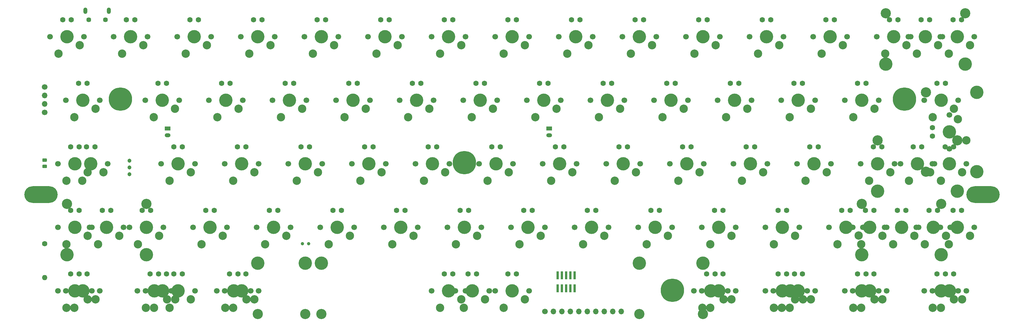
<source format=gbr>
%TF.GenerationSoftware,KiCad,Pcbnew,5.0.0*%
%TF.CreationDate,2018-08-13T13:33:07+12:00*%
%TF.ProjectId,keyboard,6B6579626F6172642E6B696361645F70,v0.1*%
%TF.SameCoordinates,PX3b67850PY3da05e0*%
%TF.FileFunction,Soldermask,Top*%
%TF.FilePolarity,Negative*%
%FSLAX46Y46*%
G04 Gerber Fmt 4.6, Leading zero omitted, Abs format (unit mm)*
G04 Created by KiCad (PCBNEW 5.0.0) date Mon Aug 13 13:33:07 2018*
%MOMM*%
%LPD*%
G01*
G04 APERTURE LIST*
%ADD10R,0.740000X2.400000*%
%ADD11C,7.000000*%
%ADD12O,10.000000X5.000000*%
%ADD13C,1.700000*%
%ADD14O,1.700000X1.700000*%
%ADD15O,1.200000X1.900000*%
%ADD16C,1.450000*%
%ADD17C,1.000000*%
%ADD18C,1.600000*%
%ADD19O,1.600000X1.600000*%
%ADD20R,1.750000X1.200000*%
%ADD21O,1.750000X1.200000*%
%ADD22C,0.150000*%
%ADD23C,0.975000*%
%ADD24C,4.000000*%
%ADD25C,3.050000*%
%ADD26C,1.200000*%
%ADD27C,2.500000*%
G04 APERTURE END LIST*
D10*
X161230000Y-80750000D03*
X161230000Y-84650000D03*
X159960000Y-80750000D03*
X159960000Y-84650000D03*
X158690000Y-80750000D03*
X158690000Y-84650000D03*
X157420000Y-80750000D03*
X157420000Y-84650000D03*
X156150000Y-80750000D03*
X156150000Y-84650000D03*
D11*
X25199300Y-27900800D03*
D12*
X283541200Y-56501200D03*
X1410000Y-56501200D03*
D11*
X260049900Y-27900800D03*
X190499400Y-85200700D03*
X128200000Y-47000000D03*
D13*
X2480000Y-24280000D03*
D14*
X2480000Y-26820000D03*
X2480000Y-29360000D03*
D13*
X2480000Y-31900000D03*
X152340000Y-91590000D03*
D14*
X154880000Y-91590000D03*
X157420000Y-91590000D03*
X159960000Y-91590000D03*
X162500000Y-91590000D03*
X165040000Y-91590000D03*
X167580000Y-91590000D03*
X170120000Y-91590000D03*
X172660000Y-91590000D03*
X175200000Y-91590000D03*
D15*
X21710000Y-1442500D03*
X14710000Y-1442500D03*
D16*
X20710000Y-4142500D03*
X15710000Y-4142500D03*
D17*
X79696000Y-71270000D03*
X81596000Y-71270000D03*
D18*
X2480000Y-71270000D03*
D19*
X2480000Y-81430000D03*
D20*
X39310000Y-36726000D03*
D21*
X39310000Y-38726000D03*
D22*
G36*
X2960142Y-45716174D02*
X2983803Y-45719684D01*
X3007007Y-45725496D01*
X3029529Y-45733554D01*
X3051153Y-45743782D01*
X3071670Y-45756079D01*
X3090883Y-45770329D01*
X3108607Y-45786393D01*
X3124671Y-45804117D01*
X3138921Y-45823330D01*
X3151218Y-45843847D01*
X3161446Y-45865471D01*
X3169504Y-45887993D01*
X3175316Y-45911197D01*
X3178826Y-45934858D01*
X3180000Y-45958750D01*
X3180000Y-46446250D01*
X3178826Y-46470142D01*
X3175316Y-46493803D01*
X3169504Y-46517007D01*
X3161446Y-46539529D01*
X3151218Y-46561153D01*
X3138921Y-46581670D01*
X3124671Y-46600883D01*
X3108607Y-46618607D01*
X3090883Y-46634671D01*
X3071670Y-46648921D01*
X3051153Y-46661218D01*
X3029529Y-46671446D01*
X3007007Y-46679504D01*
X2983803Y-46685316D01*
X2960142Y-46688826D01*
X2936250Y-46690000D01*
X2023750Y-46690000D01*
X1999858Y-46688826D01*
X1976197Y-46685316D01*
X1952993Y-46679504D01*
X1930471Y-46671446D01*
X1908847Y-46661218D01*
X1888330Y-46648921D01*
X1869117Y-46634671D01*
X1851393Y-46618607D01*
X1835329Y-46600883D01*
X1821079Y-46581670D01*
X1808782Y-46561153D01*
X1798554Y-46539529D01*
X1790496Y-46517007D01*
X1784684Y-46493803D01*
X1781174Y-46470142D01*
X1780000Y-46446250D01*
X1780000Y-45958750D01*
X1781174Y-45934858D01*
X1784684Y-45911197D01*
X1790496Y-45887993D01*
X1798554Y-45865471D01*
X1808782Y-45843847D01*
X1821079Y-45823330D01*
X1835329Y-45804117D01*
X1851393Y-45786393D01*
X1869117Y-45770329D01*
X1888330Y-45756079D01*
X1908847Y-45743782D01*
X1930471Y-45733554D01*
X1952993Y-45725496D01*
X1976197Y-45719684D01*
X1999858Y-45716174D01*
X2023750Y-45715000D01*
X2936250Y-45715000D01*
X2960142Y-45716174D01*
X2960142Y-45716174D01*
G37*
D23*
X2480000Y-46202500D03*
D22*
G36*
X2960142Y-47591174D02*
X2983803Y-47594684D01*
X3007007Y-47600496D01*
X3029529Y-47608554D01*
X3051153Y-47618782D01*
X3071670Y-47631079D01*
X3090883Y-47645329D01*
X3108607Y-47661393D01*
X3124671Y-47679117D01*
X3138921Y-47698330D01*
X3151218Y-47718847D01*
X3161446Y-47740471D01*
X3169504Y-47762993D01*
X3175316Y-47786197D01*
X3178826Y-47809858D01*
X3180000Y-47833750D01*
X3180000Y-48321250D01*
X3178826Y-48345142D01*
X3175316Y-48368803D01*
X3169504Y-48392007D01*
X3161446Y-48414529D01*
X3151218Y-48436153D01*
X3138921Y-48456670D01*
X3124671Y-48475883D01*
X3108607Y-48493607D01*
X3090883Y-48509671D01*
X3071670Y-48523921D01*
X3051153Y-48536218D01*
X3029529Y-48546446D01*
X3007007Y-48554504D01*
X2983803Y-48560316D01*
X2960142Y-48563826D01*
X2936250Y-48565000D01*
X2023750Y-48565000D01*
X1999858Y-48563826D01*
X1976197Y-48560316D01*
X1952993Y-48554504D01*
X1930471Y-48546446D01*
X1908847Y-48536218D01*
X1888330Y-48523921D01*
X1869117Y-48509671D01*
X1851393Y-48493607D01*
X1835329Y-48475883D01*
X1821079Y-48456670D01*
X1808782Y-48436153D01*
X1798554Y-48414529D01*
X1790496Y-48392007D01*
X1784684Y-48368803D01*
X1781174Y-48345142D01*
X1780000Y-48321250D01*
X1780000Y-47833750D01*
X1781174Y-47809858D01*
X1784684Y-47786197D01*
X1790496Y-47762993D01*
X1798554Y-47740471D01*
X1808782Y-47718847D01*
X1821079Y-47698330D01*
X1835329Y-47679117D01*
X1851393Y-47661393D01*
X1869117Y-47645329D01*
X1888330Y-47631079D01*
X1908847Y-47618782D01*
X1930471Y-47608554D01*
X1952993Y-47600496D01*
X1976197Y-47594684D01*
X1999858Y-47591174D01*
X2023750Y-47590000D01*
X2936250Y-47590000D01*
X2960142Y-47591174D01*
X2960142Y-47591174D01*
G37*
D23*
X2480000Y-48077500D03*
D18*
X17562520Y-42220020D03*
X15022520Y-42220020D03*
D21*
X153610000Y-38726000D03*
D20*
X153610000Y-36726000D03*
D24*
X85347500Y-77145020D03*
D25*
X85347500Y-92385020D03*
D26*
X27880000Y-46410000D03*
X27880000Y-48410000D03*
X27880000Y-50410000D03*
D24*
X80585000Y-77145020D03*
D25*
X80585000Y-92385020D03*
D24*
X180597500Y-77145020D03*
D25*
X180597500Y-92385020D03*
D24*
X278230020Y-17455020D03*
D25*
X278230020Y-2215020D03*
D24*
X9147500Y-74605020D03*
D25*
X9147500Y-59365020D03*
D24*
X32960000Y-74605020D03*
D25*
X32960000Y-59365020D03*
D24*
X247272500Y-74605020D03*
D25*
X247272500Y-59365020D03*
D24*
X275847500Y-55553750D03*
D25*
X275847500Y-40313750D03*
D24*
X252035000Y-55555020D03*
D25*
X252035000Y-40315020D03*
D24*
X281722520Y-25867500D03*
D25*
X266482520Y-25867500D03*
D24*
X281722520Y-49680000D03*
D25*
X266482520Y-49680000D03*
D24*
X254417520Y-17455020D03*
D25*
X254417520Y-2215020D03*
D24*
X66297500Y-77145020D03*
D25*
X66297500Y-92385020D03*
D24*
X199647500Y-77145020D03*
D25*
X199647500Y-92385020D03*
D24*
X271085000Y-74603750D03*
D25*
X271085000Y-59363750D03*
D18*
X15180000Y-80318750D03*
X274736250Y-42218750D03*
X272196250Y-42218750D03*
X268386250Y-39043750D03*
X268386250Y-36503750D03*
X265052500Y-4118750D03*
X267592500Y-4118750D03*
X12798750Y-61268750D03*
X10258750Y-61268750D03*
X12800020Y-42220020D03*
X10260020Y-42220020D03*
X43755000Y-42218750D03*
X41215000Y-42218750D03*
X62805000Y-42218750D03*
X60265000Y-42218750D03*
X81855000Y-42218750D03*
X79315000Y-42218750D03*
X58042500Y-23168750D03*
X55502500Y-23168750D03*
X274577500Y-61268750D03*
X277117500Y-61268750D03*
X248383750Y-61268750D03*
X250923750Y-61268750D03*
X241240000Y-61268750D03*
X243780000Y-61268750D03*
X257908750Y-61268750D03*
X260448750Y-61268750D03*
X212665000Y-42218750D03*
X215205000Y-42218750D03*
X53280000Y-61268750D03*
X50740000Y-61268750D03*
X34230000Y-61268750D03*
X31690000Y-61268750D03*
X22323750Y-61268750D03*
X19783750Y-61268750D03*
X148530000Y-61268750D03*
X145990000Y-61268750D03*
X129480000Y-61268750D03*
X126940000Y-61268750D03*
X110430000Y-61268750D03*
X107890000Y-61268750D03*
X91380000Y-61268750D03*
X88840000Y-61268750D03*
X231715000Y-42218750D03*
X234255000Y-42218750D03*
X72330000Y-61268750D03*
X69790000Y-61268750D03*
X196155000Y-42218750D03*
X193615000Y-42218750D03*
X177105000Y-42218750D03*
X174565000Y-42218750D03*
X265211250Y-42218750D03*
X262671250Y-42218750D03*
X250765000Y-42218750D03*
X253305000Y-42218750D03*
X167580000Y-61268750D03*
X165040000Y-61268750D03*
X186630000Y-61268750D03*
X184090000Y-61268750D03*
X203140000Y-61268750D03*
X205680000Y-61268750D03*
X222190000Y-61268750D03*
X224730000Y-61268750D03*
X274577500Y-4118750D03*
X277117500Y-4118750D03*
X131861250Y-80318750D03*
X129321250Y-80318750D03*
X236477500Y-4118750D03*
X239017500Y-4118750D03*
X115192500Y-23168750D03*
X112652500Y-23168750D03*
X96142500Y-23168750D03*
X93602500Y-23168750D03*
X217427500Y-4118750D03*
X219967500Y-4118750D03*
X198377500Y-4118750D03*
X200917500Y-4118750D03*
X181867500Y-4118750D03*
X179327500Y-4118750D03*
X162817500Y-4118750D03*
X160277500Y-4118750D03*
X255527500Y-4118750D03*
X258067500Y-4118750D03*
X134242500Y-23168750D03*
X131702500Y-23168750D03*
X67567500Y-4118750D03*
X65027500Y-4118750D03*
X48517500Y-4118750D03*
X45977500Y-4118750D03*
X29467500Y-4118750D03*
X26927500Y-4118750D03*
X143767500Y-4118750D03*
X141227500Y-4118750D03*
X124717500Y-4118750D03*
X122177500Y-4118750D03*
X105667500Y-4118750D03*
X103127500Y-4118750D03*
X86617500Y-4118750D03*
X84077500Y-4118750D03*
X153292500Y-23168750D03*
X150752500Y-23168750D03*
X15180000Y-23168750D03*
X12640000Y-23168750D03*
X38992500Y-23168750D03*
X36452500Y-23168750D03*
X77092500Y-23168750D03*
X74552500Y-23168750D03*
X246002500Y-23168750D03*
X248542500Y-23168750D03*
X269815000Y-23168750D03*
X272355000Y-23168750D03*
X172342500Y-23168750D03*
X169802500Y-23168750D03*
X191392500Y-23168750D03*
X188852500Y-23168750D03*
X207902500Y-23168750D03*
X210442500Y-23168750D03*
X226952500Y-23168750D03*
X229492500Y-23168750D03*
X100905000Y-42218750D03*
X98365000Y-42218750D03*
X119955000Y-42218750D03*
X117415000Y-42218750D03*
X139005000Y-42218750D03*
X136465000Y-42218750D03*
X158055000Y-42218750D03*
X155515000Y-42218750D03*
X143767500Y-80318750D03*
X141227500Y-80318750D03*
X124717500Y-80318750D03*
X122177500Y-80318750D03*
X267433750Y-61268750D03*
X269973750Y-61268750D03*
D13*
X11212520Y-47300020D03*
X21372520Y-47300020D03*
D27*
X20102520Y-49840020D03*
X13752520Y-52380020D03*
D24*
X16292520Y-47300020D03*
D13*
X194567500Y-9200020D03*
X204727500Y-9200020D03*
D27*
X203457500Y-11740020D03*
X197107500Y-14280020D03*
D24*
X199647500Y-9200020D03*
D13*
X89792500Y-28250020D03*
X99952500Y-28250020D03*
D27*
X98682500Y-30790020D03*
X92332500Y-33330020D03*
D24*
X94872500Y-28250020D03*
D13*
X108842500Y-28250020D03*
X119002500Y-28250020D03*
D27*
X117732500Y-30790020D03*
X111382500Y-33330020D03*
D24*
X113922500Y-28250020D03*
D13*
X146942500Y-28250020D03*
X157102500Y-28250020D03*
D27*
X155832500Y-30790020D03*
X149482500Y-33330020D03*
D24*
X152022500Y-28250020D03*
D13*
X165992500Y-28250020D03*
X176152500Y-28250020D03*
D27*
X174882500Y-30790020D03*
X168532500Y-33330020D03*
D24*
X171072500Y-28250020D03*
D13*
X185042500Y-28250020D03*
X195202500Y-28250020D03*
D27*
X193932500Y-30790020D03*
X187582500Y-33330020D03*
D24*
X190122500Y-28250020D03*
D13*
X204092500Y-28250020D03*
X214252500Y-28250020D03*
D27*
X212982500Y-30790020D03*
X206632500Y-33330020D03*
D24*
X209172500Y-28250020D03*
D13*
X223142500Y-28250020D03*
X233302500Y-28250020D03*
D27*
X232032500Y-30790020D03*
X225682500Y-33330020D03*
D24*
X228222500Y-28250020D03*
D13*
X266005000Y-28248750D03*
X276165000Y-28248750D03*
D27*
X274895000Y-30788750D03*
X268545000Y-33328750D03*
D24*
X271085000Y-28248750D03*
D13*
X37405000Y-47300020D03*
X47565000Y-47300020D03*
D27*
X46295000Y-49840020D03*
X39945000Y-52380020D03*
D24*
X42485000Y-47300020D03*
D13*
X56455000Y-47300020D03*
X66615000Y-47300020D03*
D27*
X65345000Y-49840020D03*
X58995000Y-52380020D03*
D24*
X61535000Y-47300020D03*
D13*
X75505000Y-47300020D03*
X85665000Y-47300020D03*
D27*
X84395000Y-49840020D03*
X78045000Y-52380020D03*
D24*
X80585000Y-47300020D03*
D13*
X94555000Y-47300020D03*
X104715000Y-47300020D03*
D27*
X103445000Y-49840020D03*
X97095000Y-52380020D03*
D24*
X99635000Y-47300020D03*
D13*
X113605000Y-47300020D03*
X123765000Y-47300020D03*
D27*
X122495000Y-49840020D03*
X116145000Y-52380020D03*
D24*
X118685000Y-47300020D03*
D13*
X132655000Y-47300020D03*
X142815000Y-47300020D03*
D27*
X141545000Y-49840020D03*
X135195000Y-52380020D03*
D24*
X137735000Y-47300020D03*
D13*
X151705000Y-47300020D03*
X161865000Y-47300020D03*
D27*
X160595000Y-49840020D03*
X154245000Y-52380020D03*
D24*
X156785000Y-47300020D03*
D13*
X42167500Y-9200020D03*
X52327500Y-9200020D03*
D27*
X51057500Y-11740020D03*
X44707500Y-14280020D03*
D24*
X47247500Y-9200020D03*
X66297500Y-9200020D03*
D27*
X63757500Y-14280020D03*
X70107500Y-11740020D03*
D13*
X71377500Y-9200020D03*
X61217500Y-9200020D03*
X99317500Y-9200020D03*
X109477500Y-9200020D03*
D27*
X108207500Y-11740020D03*
X101857500Y-14280020D03*
D24*
X104397500Y-9200020D03*
D13*
X118367500Y-9200020D03*
X128527500Y-9200020D03*
D27*
X127257500Y-11740020D03*
X120907500Y-14280020D03*
D24*
X123447500Y-9200020D03*
D13*
X137417500Y-9200020D03*
X147577500Y-9200020D03*
D27*
X146307500Y-11740020D03*
X139957500Y-14280020D03*
D24*
X142497500Y-9200020D03*
D13*
X156467500Y-9200020D03*
X166627500Y-9200020D03*
D27*
X165357500Y-11740020D03*
X159007500Y-14280020D03*
D24*
X161547500Y-9200020D03*
D13*
X213617500Y-9200020D03*
X223777500Y-9200020D03*
D27*
X222507500Y-11740020D03*
X216157500Y-14280020D03*
D24*
X218697500Y-9200020D03*
D13*
X232667500Y-9200020D03*
X242827500Y-9200020D03*
D27*
X241557500Y-11740020D03*
X235207500Y-14280020D03*
D24*
X237747500Y-9200020D03*
D13*
X261242500Y-9200020D03*
X271402500Y-9200020D03*
D27*
X270132500Y-11740020D03*
X263782500Y-14280020D03*
D24*
X266322500Y-9200020D03*
D13*
X8830000Y-28250020D03*
X18990000Y-28250020D03*
D27*
X17720000Y-30790020D03*
X11370000Y-33330020D03*
D24*
X13910000Y-28250020D03*
D13*
X32642500Y-28250020D03*
X42802500Y-28250020D03*
D27*
X41532500Y-30790020D03*
X35182500Y-33330020D03*
D24*
X37722500Y-28250020D03*
D13*
X51692500Y-28250020D03*
X61852500Y-28250020D03*
D27*
X60582500Y-30790020D03*
X54232500Y-33330020D03*
D24*
X56772500Y-28250020D03*
D13*
X70742500Y-28250020D03*
X80902500Y-28250020D03*
D27*
X79632500Y-30790020D03*
X73282500Y-33330020D03*
D24*
X75822500Y-28250020D03*
D13*
X254100020Y-66350020D03*
X264260020Y-66350020D03*
D27*
X262990020Y-68890020D03*
X256640020Y-71430020D03*
D24*
X259180020Y-66350020D03*
D13*
X6448750Y-85398750D03*
X16608750Y-85398750D03*
D27*
X15338750Y-87938750D03*
X8988750Y-90478750D03*
D24*
X11528750Y-85398750D03*
D13*
X54073750Y-85398750D03*
X64233750Y-85398750D03*
D27*
X62963750Y-87938750D03*
X56613750Y-90478750D03*
D24*
X59153750Y-85398750D03*
D13*
X125511250Y-85398750D03*
X135671250Y-85398750D03*
D27*
X134401250Y-87938750D03*
X128051250Y-90478750D03*
D24*
X130591250Y-85398750D03*
D13*
X196948750Y-85398750D03*
X207108750Y-85398750D03*
D27*
X205838750Y-87938750D03*
X199488750Y-90478750D03*
D24*
X202028750Y-85398750D03*
D13*
X220761250Y-85398750D03*
X230921250Y-85398750D03*
D27*
X229651250Y-87938750D03*
X223301250Y-90478750D03*
D24*
X225841250Y-85398750D03*
D13*
X244573750Y-85398750D03*
X254733750Y-85398750D03*
D27*
X253463750Y-87938750D03*
X247113750Y-90478750D03*
D24*
X249653750Y-85398750D03*
D13*
X268386250Y-85398750D03*
X278546250Y-85398750D03*
D27*
X277276250Y-87938750D03*
X270926250Y-90478750D03*
D24*
X273466250Y-85398750D03*
D13*
X170755000Y-47300020D03*
X180915000Y-47300020D03*
D27*
X179645000Y-49840020D03*
X173295000Y-52380020D03*
D24*
X175835000Y-47300020D03*
D13*
X189805000Y-47300020D03*
X199965000Y-47300020D03*
D27*
X198695000Y-49840020D03*
X192345000Y-52380020D03*
D24*
X194885000Y-47300020D03*
D13*
X227905000Y-47300020D03*
X238065000Y-47300020D03*
D27*
X236795000Y-49840020D03*
X230445000Y-52380020D03*
D24*
X232985000Y-47300020D03*
D13*
X258861250Y-47298750D03*
X269021250Y-47298750D03*
D27*
X267751250Y-49838750D03*
X261401250Y-52378750D03*
D24*
X263941250Y-47298750D03*
D13*
X15973750Y-66348750D03*
X26133750Y-66348750D03*
D27*
X24863750Y-68888750D03*
X18513750Y-71428750D03*
D24*
X21053750Y-66348750D03*
D13*
X46930000Y-66350020D03*
X57090000Y-66350020D03*
D27*
X55820000Y-68890020D03*
X49470000Y-71430020D03*
D24*
X52010000Y-66350020D03*
D13*
X65980000Y-66350020D03*
X76140000Y-66350020D03*
D27*
X74870000Y-68890020D03*
X68520000Y-71430020D03*
D24*
X71060000Y-66350020D03*
D13*
X104080000Y-66350020D03*
X114240000Y-66350020D03*
D27*
X112970000Y-68890020D03*
X106620000Y-71430020D03*
D24*
X109160000Y-66350020D03*
D13*
X123130000Y-66350020D03*
X133290000Y-66350020D03*
D27*
X132020000Y-68890020D03*
X125670000Y-71430020D03*
D24*
X128210000Y-66350020D03*
D13*
X142180000Y-66350020D03*
X152340000Y-66350020D03*
D27*
X151070000Y-68890020D03*
X144720000Y-71430020D03*
D24*
X147260000Y-66350020D03*
D13*
X161230000Y-66350020D03*
X171390000Y-66350020D03*
D27*
X170120000Y-68890020D03*
X163770000Y-71430020D03*
D24*
X166310000Y-66350020D03*
D13*
X180280000Y-66350020D03*
X190440000Y-66350020D03*
D27*
X189170000Y-68890020D03*
X182820000Y-71430020D03*
D24*
X185360000Y-66350020D03*
D13*
X199330000Y-66350020D03*
X209490000Y-66350020D03*
D27*
X208220000Y-68890020D03*
X201870000Y-71430020D03*
D24*
X204410000Y-66350020D03*
D13*
X218380000Y-66350020D03*
X228540000Y-66350020D03*
D27*
X227270000Y-68890020D03*
X220920000Y-71430020D03*
D24*
X223460000Y-66350020D03*
D13*
X30261250Y-85398750D03*
X40421250Y-85398750D03*
D27*
X39151250Y-87938750D03*
X32801250Y-90478750D03*
D24*
X35341250Y-85398750D03*
D13*
X85030000Y-66350020D03*
X95190000Y-66350020D03*
D27*
X93920000Y-68890020D03*
X87570000Y-71430020D03*
D24*
X90110000Y-66350020D03*
D13*
X80267500Y-9200020D03*
X90427500Y-9200020D03*
D27*
X89157500Y-11740020D03*
X82807500Y-14280020D03*
D24*
X85347500Y-9200020D03*
D13*
X175517500Y-9200020D03*
X185677500Y-9200020D03*
D27*
X184407500Y-11740020D03*
X178057500Y-14280020D03*
D24*
X180597500Y-9200020D03*
D13*
X242192500Y-28250020D03*
X252352500Y-28250020D03*
D27*
X251082500Y-30790020D03*
X244732500Y-33330020D03*
D24*
X247272500Y-28250020D03*
D13*
X127892500Y-28250020D03*
X138052500Y-28250020D03*
D27*
X136782500Y-30790020D03*
X130432500Y-33330020D03*
D24*
X132972500Y-28250020D03*
D13*
X208855000Y-47300020D03*
X219015000Y-47300020D03*
D27*
X217745000Y-49840020D03*
X211395000Y-52380020D03*
D24*
X213935000Y-47300020D03*
D18*
X10417500Y-4118750D03*
X7877500Y-4118750D03*
D24*
X273466250Y-47298750D03*
D27*
X270926250Y-52378750D03*
X277276250Y-49838750D03*
D13*
X278546250Y-47298750D03*
X268386250Y-47298750D03*
X218380000Y-85398750D03*
X228540000Y-85398750D03*
D27*
X227270000Y-87938750D03*
X220920000Y-90478750D03*
D24*
X223460000Y-85398750D03*
D13*
X27880000Y-66350020D03*
X38040000Y-66350020D03*
D27*
X36770000Y-68890020D03*
X30420000Y-71430020D03*
D24*
X32960000Y-66350020D03*
D13*
X270767500Y-66348750D03*
X280927500Y-66348750D03*
D27*
X279657500Y-68888750D03*
X273307500Y-71428750D03*
D24*
X275847500Y-66348750D03*
D13*
X8830000Y-85367000D03*
X18990000Y-85367000D03*
D27*
X17720000Y-87907000D03*
X11370000Y-90447000D03*
D24*
X13910000Y-85367000D03*
D13*
X37405000Y-85367000D03*
X47565000Y-85367000D03*
D27*
X46295000Y-87907000D03*
X39945000Y-90447000D03*
D24*
X42485000Y-85367000D03*
D13*
X32706000Y-85367000D03*
X42866000Y-85367000D03*
D27*
X41596000Y-87907000D03*
X35246000Y-90447000D03*
D24*
X37786000Y-85367000D03*
D13*
X199330000Y-85398750D03*
X209490000Y-85398750D03*
D27*
X208220000Y-87938750D03*
X201870000Y-90478750D03*
D24*
X204410000Y-85398750D03*
D13*
X223142500Y-85398750D03*
X233302500Y-85398750D03*
D27*
X232032500Y-87938750D03*
X225682500Y-90478750D03*
D24*
X228222500Y-85398750D03*
D13*
X56455000Y-85367000D03*
X66615000Y-85367000D03*
D27*
X65345000Y-87907000D03*
X58995000Y-90447000D03*
D24*
X61535000Y-85367000D03*
D13*
X242192500Y-85398750D03*
X252352500Y-85398750D03*
D27*
X251082500Y-87938750D03*
X244732500Y-90478750D03*
D24*
X247272500Y-85398750D03*
D13*
X266005000Y-85398750D03*
X276165000Y-85398750D03*
D27*
X274895000Y-87938750D03*
X268545000Y-90478750D03*
D24*
X271085000Y-85398750D03*
D13*
X137417500Y-85400020D03*
X147577500Y-85400020D03*
D27*
X146307500Y-87940020D03*
X139957500Y-90480020D03*
D24*
X142497500Y-85400020D03*
D13*
X118367500Y-85398750D03*
X128527500Y-85398750D03*
D27*
X127257500Y-87938750D03*
X120907500Y-90478750D03*
D24*
X123447500Y-85398750D03*
D13*
X6450020Y-66350020D03*
X16610020Y-66350020D03*
D27*
X15340020Y-68890020D03*
X8990020Y-71430020D03*
D24*
X11530020Y-66350020D03*
D13*
X263623750Y-66348750D03*
X273783750Y-66348750D03*
D27*
X272513750Y-68888750D03*
X266163750Y-71428750D03*
D24*
X268703750Y-66348750D03*
D13*
X6450020Y-47300020D03*
X16610020Y-47300020D03*
D27*
X15340020Y-49840020D03*
X8990020Y-52380020D03*
D24*
X11530020Y-47300020D03*
D13*
X251717500Y-9198750D03*
X261877500Y-9198750D03*
D27*
X260607500Y-11738750D03*
X254257500Y-14278750D03*
D24*
X256797500Y-9198750D03*
D13*
X270767500Y-9198750D03*
X280927500Y-9198750D03*
D27*
X279657500Y-11738750D03*
X273307500Y-14278750D03*
D24*
X275847500Y-9198750D03*
D13*
X23117500Y-9198750D03*
X33277500Y-9198750D03*
D27*
X32007500Y-11738750D03*
X25657500Y-14278750D03*
D24*
X28197500Y-9198750D03*
D13*
X4067500Y-9198750D03*
X14227500Y-9198750D03*
D27*
X12957500Y-11738750D03*
X6607500Y-14278750D03*
D24*
X9147500Y-9198750D03*
D13*
X273466250Y-42853750D03*
X273466250Y-32693750D03*
D27*
X276006250Y-33963750D03*
X278546250Y-40313750D03*
D24*
X273466250Y-37773750D03*
D13*
X244573750Y-66348750D03*
X254733750Y-66348750D03*
D27*
X253463750Y-68888750D03*
X247113750Y-71428750D03*
D24*
X249653750Y-66348750D03*
D13*
X237430000Y-66348750D03*
X247590000Y-66348750D03*
D27*
X246320000Y-68831600D03*
X239970000Y-71428750D03*
D24*
X242510000Y-66348750D03*
D13*
X246955000Y-47300020D03*
X257115000Y-47300020D03*
D27*
X255845000Y-49840020D03*
X249495000Y-52380020D03*
D24*
X252035000Y-47300020D03*
D18*
X12798750Y-80318750D03*
X10258750Y-80318750D03*
X36611250Y-80318750D03*
X34071250Y-80318750D03*
X38992500Y-80318750D03*
X43755000Y-80318750D03*
X41215000Y-80318750D03*
X60423750Y-80318750D03*
X57883750Y-80318750D03*
X62805000Y-80318750D03*
X200758750Y-80318750D03*
X203298750Y-80318750D03*
X205680000Y-80318750D03*
X229492500Y-80318750D03*
X224730000Y-80318750D03*
X222190000Y-80318750D03*
X227111250Y-80318750D03*
X246002500Y-80318750D03*
X248542500Y-80318750D03*
X250923750Y-80318750D03*
X274736250Y-80318750D03*
X272355000Y-80318750D03*
X269815000Y-80318750D03*
M02*

</source>
